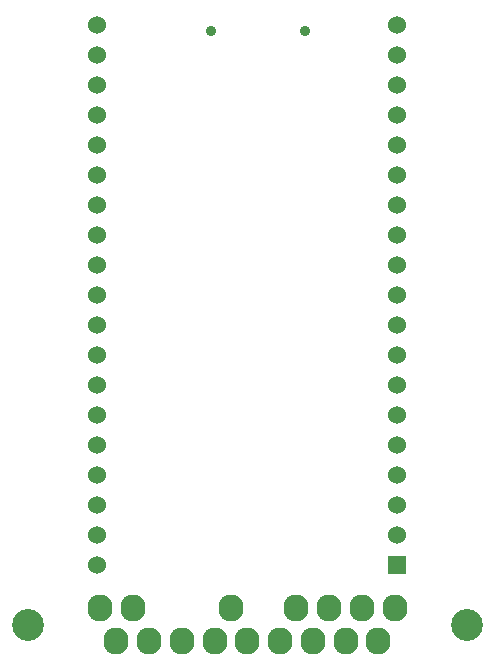
<source format=gbr>
%TF.GenerationSoftware,KiCad,Pcbnew,7.0.9*%
%TF.CreationDate,2024-01-04T00:09:48-06:00*%
%TF.ProjectId,FujiApple-DevKit-SmartPort,46756a69-4170-4706-9c65-2d4465764b69,1.0*%
%TF.SameCoordinates,Original*%
%TF.FileFunction,Soldermask,Bot*%
%TF.FilePolarity,Negative*%
%FSLAX46Y46*%
G04 Gerber Fmt 4.6, Leading zero omitted, Abs format (unit mm)*
G04 Created by KiCad (PCBNEW 7.0.9) date 2024-01-04 00:09:48*
%MOMM*%
%LPD*%
G01*
G04 APERTURE LIST*
%ADD10R,1.530000X1.530000*%
%ADD11C,1.530000*%
%ADD12C,0.900000*%
%ADD13C,2.700000*%
%ADD14O,2.100000X2.300000*%
G04 APERTURE END LIST*
D10*
%TO.C,U4*%
X167462200Y-123180000D03*
D11*
X167462200Y-120640000D03*
X167462200Y-118100000D03*
X167462200Y-115560000D03*
X167462200Y-113020000D03*
X167462200Y-110480000D03*
X167462200Y-107940000D03*
X167462200Y-105400000D03*
X167462200Y-102860000D03*
X167462200Y-100320000D03*
X167462200Y-97780000D03*
X167462200Y-95240000D03*
X167462200Y-92700000D03*
X167462200Y-90160000D03*
X167462200Y-87620000D03*
X167462200Y-85080000D03*
X167462200Y-82540000D03*
X167462200Y-80000000D03*
X167462200Y-77460000D03*
X142062200Y-77460000D03*
X142062200Y-80000000D03*
X142062200Y-82540000D03*
X142062200Y-85080000D03*
X142062200Y-87620000D03*
X142062200Y-90160000D03*
X142062200Y-92700000D03*
X142062200Y-95240000D03*
X142062200Y-97780000D03*
X142062200Y-100320000D03*
X142062200Y-102860000D03*
X142062200Y-105400000D03*
X142062200Y-107940000D03*
X142062200Y-110480000D03*
X142062200Y-113020000D03*
X142062200Y-115560000D03*
X142062200Y-118100000D03*
X142062200Y-120640000D03*
X142062200Y-123180000D03*
%TD*%
D12*
%TO.C,P1*%
X159686800Y-78000000D03*
X151686800Y-78000000D03*
%TD*%
D13*
%TO.C,J1*%
X173368000Y-128270000D03*
X136178000Y-128270000D03*
D14*
X167238000Y-126850000D03*
X164468000Y-126850000D03*
X161698000Y-126850000D03*
X158928000Y-126850000D03*
X153388000Y-126850000D03*
X145078000Y-126850000D03*
X142308000Y-126850000D03*
X165853000Y-129690000D03*
X163083000Y-129690000D03*
X160313000Y-129690000D03*
X157543000Y-129690000D03*
X154773000Y-129690000D03*
X152003000Y-129690000D03*
X149233000Y-129690000D03*
X146463000Y-129690000D03*
X143693000Y-129690000D03*
%TD*%
M02*

</source>
